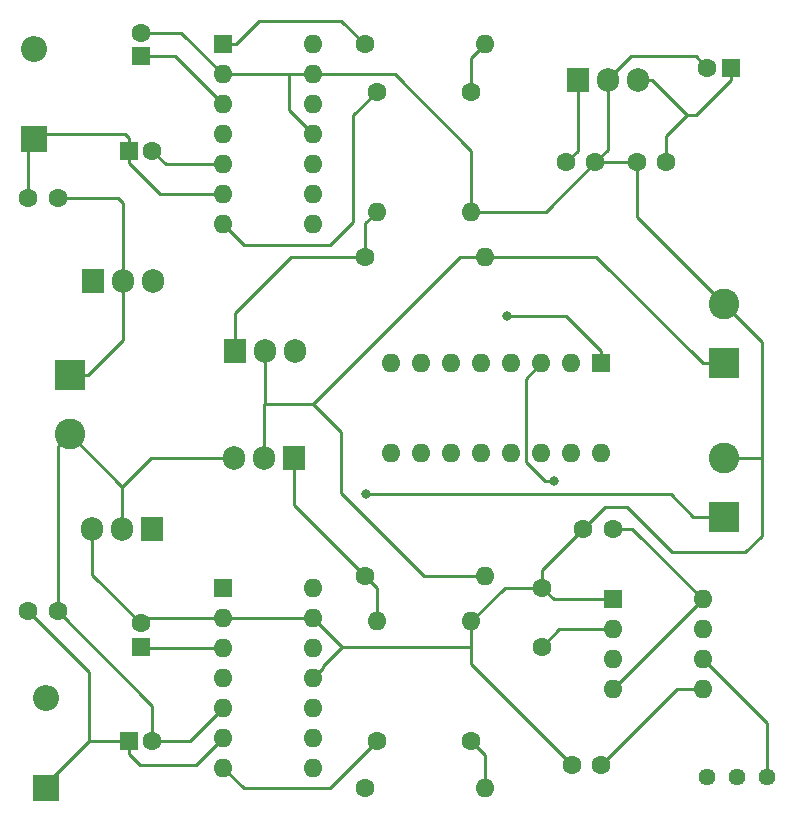
<source format=gtl>
G04 #@! TF.GenerationSoftware,KiCad,Pcbnew,(5.1.2)-2*
G04 #@! TF.CreationDate,2019-09-19T14:38:40-05:00*
G04 #@! TF.ProjectId,PWM-H-Bridge,50574d2d-482d-4427-9269-6467652e6b69,rev?*
G04 #@! TF.SameCoordinates,Original*
G04 #@! TF.FileFunction,Copper,L1,Top*
G04 #@! TF.FilePolarity,Positive*
%FSLAX46Y46*%
G04 Gerber Fmt 4.6, Leading zero omitted, Abs format (unit mm)*
G04 Created by KiCad (PCBNEW (5.1.2)-2) date 2019-09-19 14:38:40*
%MOMM*%
%LPD*%
G04 APERTURE LIST*
%ADD10R,2.600000X2.600000*%
%ADD11C,2.600000*%
%ADD12C,1.600000*%
%ADD13R,1.600000X1.600000*%
%ADD14R,2.200000X2.200000*%
%ADD15O,2.200000X2.200000*%
%ADD16O,1.905000X2.000000*%
%ADD17R,1.905000X2.000000*%
%ADD18O,1.600000X1.600000*%
%ADD19C,1.440000*%
%ADD20C,0.800000*%
%ADD21C,0.250000*%
G04 APERTURE END LIST*
D10*
X103400000Y-95000000D03*
D11*
X103400000Y-90000000D03*
X103400000Y-77000000D03*
D10*
X103400000Y-82000000D03*
D12*
X88000000Y-106000000D03*
X88000000Y-101000000D03*
X90500000Y-116000000D03*
X93000000Y-116000000D03*
X94000000Y-96000000D03*
X91500000Y-96000000D03*
X44500000Y-68000000D03*
X47000000Y-68000000D03*
X47000000Y-103000000D03*
X44500000Y-103000000D03*
X92500000Y-65000000D03*
X90000000Y-65000000D03*
X96000000Y-65000000D03*
X98500000Y-65000000D03*
D13*
X104000000Y-57000000D03*
D12*
X102000000Y-57000000D03*
X54000000Y-54000000D03*
D13*
X54000000Y-56000000D03*
D12*
X55000000Y-64000000D03*
D13*
X53000000Y-64000000D03*
X54000000Y-106000000D03*
D12*
X54000000Y-104000000D03*
D13*
X53000000Y-114000000D03*
D12*
X55000000Y-114000000D03*
D14*
X45000000Y-63000000D03*
D15*
X45000000Y-55380000D03*
D14*
X46000000Y-118000000D03*
D15*
X46000000Y-110380000D03*
D10*
X48000000Y-83000000D03*
D11*
X48000000Y-88000000D03*
D16*
X67080000Y-81000000D03*
X64540000Y-81000000D03*
D17*
X62000000Y-81000000D03*
X50000000Y-75000000D03*
D16*
X52540000Y-75000000D03*
X55080000Y-75000000D03*
X61920000Y-90000000D03*
X64460000Y-90000000D03*
D17*
X67000000Y-90000000D03*
D16*
X49920000Y-96000000D03*
X52460000Y-96000000D03*
D17*
X55000000Y-96000000D03*
D18*
X74000000Y-69160000D03*
D12*
X74000000Y-59000000D03*
D18*
X83160000Y-55000000D03*
D12*
X73000000Y-55000000D03*
X74000000Y-114000000D03*
D18*
X74000000Y-103840000D03*
D12*
X73000000Y-118000000D03*
D18*
X83160000Y-118000000D03*
D12*
X73000000Y-73000000D03*
D18*
X83160000Y-73000000D03*
D12*
X82000000Y-59000000D03*
D18*
X82000000Y-69160000D03*
X83160000Y-100000000D03*
D12*
X73000000Y-100000000D03*
D18*
X82000000Y-103840000D03*
D12*
X82000000Y-114000000D03*
D19*
X107000000Y-117000000D03*
X104460000Y-117000000D03*
X101920000Y-117000000D03*
D18*
X68620000Y-55000000D03*
X61000000Y-70240000D03*
X68620000Y-57540000D03*
X61000000Y-67700000D03*
X68620000Y-60080000D03*
X61000000Y-65160000D03*
X68620000Y-62620000D03*
X61000000Y-62620000D03*
X68620000Y-65160000D03*
X61000000Y-60080000D03*
X68620000Y-67700000D03*
X61000000Y-57540000D03*
X68620000Y-70240000D03*
D13*
X61000000Y-55000000D03*
X61000000Y-101000000D03*
D18*
X68620000Y-116240000D03*
X61000000Y-103540000D03*
X68620000Y-113700000D03*
X61000000Y-106080000D03*
X68620000Y-111160000D03*
X61000000Y-108620000D03*
X68620000Y-108620000D03*
X61000000Y-111160000D03*
X68620000Y-106080000D03*
X61000000Y-113700000D03*
X68620000Y-103540000D03*
X61000000Y-116240000D03*
X68620000Y-101000000D03*
D13*
X94000000Y-102000000D03*
D18*
X101620000Y-109620000D03*
X94000000Y-104540000D03*
X101620000Y-107080000D03*
X94000000Y-107080000D03*
X101620000Y-104540000D03*
X94000000Y-109620000D03*
X101620000Y-102000000D03*
D13*
X93000000Y-82000000D03*
D18*
X75220000Y-89620000D03*
X90460000Y-82000000D03*
X77760000Y-89620000D03*
X87920000Y-82000000D03*
X80300000Y-89620000D03*
X85380000Y-82000000D03*
X82840000Y-89620000D03*
X82840000Y-82000000D03*
X85380000Y-89620000D03*
X80300000Y-82000000D03*
X87920000Y-89620000D03*
X77760000Y-82000000D03*
X90460000Y-89620000D03*
X75220000Y-82000000D03*
X93000000Y-89620000D03*
D17*
X91000000Y-58000000D03*
D16*
X93540000Y-58000000D03*
X96080000Y-58000000D03*
D20*
X85000000Y-78000000D03*
X73080000Y-93080000D03*
X89000000Y-92000000D03*
D21*
X107000000Y-112460000D02*
X101620000Y-107080000D01*
X107000000Y-117000000D02*
X107000000Y-112460000D01*
X89460000Y-104540000D02*
X88000000Y-106000000D01*
X94000000Y-104540000D02*
X89460000Y-104540000D01*
X89000000Y-102000000D02*
X88000000Y-101000000D01*
X94000000Y-102000000D02*
X89000000Y-102000000D01*
X84840000Y-101000000D02*
X82000000Y-103840000D01*
X88000000Y-101000000D02*
X84840000Y-101000000D01*
X82000000Y-107500000D02*
X90500000Y-116000000D01*
X88000000Y-99500000D02*
X91500000Y-96000000D01*
X88000000Y-101000000D02*
X88000000Y-99500000D01*
X54460000Y-103540000D02*
X54000000Y-104000000D01*
X61000000Y-103540000D02*
X54460000Y-103540000D01*
X61000000Y-103540000D02*
X68620000Y-103540000D01*
X71080000Y-106000000D02*
X82000000Y-106000000D01*
X68620000Y-103540000D02*
X71080000Y-106000000D01*
X82000000Y-103840000D02*
X82000000Y-106000000D01*
X82000000Y-106000000D02*
X82000000Y-107500000D01*
X69419999Y-107660001D02*
X71080000Y-106000000D01*
X69419999Y-107820001D02*
X69419999Y-107660001D01*
X68620000Y-108620000D02*
X69419999Y-107820001D01*
X49920000Y-99920000D02*
X49920000Y-96000000D01*
X54000000Y-104000000D02*
X49920000Y-99920000D01*
X96000000Y-65000000D02*
X92500000Y-65000000D01*
X93540000Y-63960000D02*
X92500000Y-65000000D01*
X93540000Y-58000000D02*
X93540000Y-63960000D01*
X93540000Y-57952500D02*
X95492500Y-56000000D01*
X93540000Y-58000000D02*
X93540000Y-57952500D01*
X101000000Y-56000000D02*
X102000000Y-57000000D01*
X95492500Y-56000000D02*
X101000000Y-56000000D01*
X88340000Y-69160000D02*
X82000000Y-69160000D01*
X92500000Y-65000000D02*
X88340000Y-69160000D01*
X65460000Y-57540000D02*
X61000000Y-57540000D01*
X66540000Y-60540000D02*
X66540000Y-57540000D01*
X68620000Y-62620000D02*
X66540000Y-60540000D01*
X68620000Y-57540000D02*
X66540000Y-57540000D01*
X66540000Y-57540000D02*
X65460000Y-57540000D01*
X82000000Y-69160000D02*
X82000000Y-64000000D01*
X75540000Y-57540000D02*
X68620000Y-57540000D01*
X82000000Y-64000000D02*
X75540000Y-57540000D01*
X54000000Y-54000000D02*
X57460000Y-54000000D01*
X57460000Y-54000000D02*
X61000000Y-57540000D01*
X106600000Y-96600000D02*
X105200000Y-98000000D01*
X93300000Y-94200000D02*
X91500000Y-96000000D01*
X105200000Y-98000000D02*
X99000000Y-98000000D01*
X99000000Y-98000000D02*
X95200000Y-94200000D01*
X95200000Y-94200000D02*
X93300000Y-94200000D01*
X106600000Y-80200000D02*
X103400000Y-77000000D01*
X103400000Y-90000000D02*
X106600000Y-90000000D01*
X106600000Y-96600000D02*
X106600000Y-90000000D01*
X106600000Y-90000000D02*
X106600000Y-80200000D01*
X96000000Y-69600000D02*
X103400000Y-77000000D01*
X96000000Y-65000000D02*
X96000000Y-69600000D01*
X99380000Y-109620000D02*
X93000000Y-116000000D01*
X101620000Y-109620000D02*
X99380000Y-109620000D01*
X101620000Y-102000000D02*
X94000000Y-109620000D01*
X97282500Y-58000000D02*
X100282500Y-61000000D01*
X96080000Y-58000000D02*
X97282500Y-58000000D01*
X104000000Y-58050000D02*
X104000000Y-57000000D01*
X101050000Y-61000000D02*
X104000000Y-58050000D01*
X100282500Y-61000000D02*
X101050000Y-61000000D01*
X95620000Y-96000000D02*
X101620000Y-102000000D01*
X94000000Y-96000000D02*
X95620000Y-96000000D01*
X98500000Y-62782500D02*
X100282500Y-61000000D01*
X98500000Y-65000000D02*
X98500000Y-62782500D01*
X93000000Y-80950000D02*
X93000000Y-82000000D01*
X90050000Y-78000000D02*
X93000000Y-80950000D01*
X85000000Y-78000000D02*
X90050000Y-78000000D01*
X44500000Y-63120000D02*
X45000000Y-62620000D01*
X44500000Y-68000000D02*
X44500000Y-63120000D01*
X53000000Y-62950000D02*
X53000000Y-64000000D01*
X45000000Y-62620000D02*
X52670000Y-62620000D01*
X52670000Y-62620000D02*
X53000000Y-62950000D01*
X61000000Y-67700000D02*
X55650000Y-67700000D01*
X53000000Y-65050000D02*
X53000000Y-64000000D01*
X55650000Y-67700000D02*
X53000000Y-65050000D01*
X52540000Y-76250000D02*
X52540000Y-75000000D01*
X52540000Y-80010000D02*
X52540000Y-76250000D01*
X49550000Y-83000000D02*
X52540000Y-80010000D01*
X48000000Y-83000000D02*
X49550000Y-83000000D01*
X47000000Y-68000000D02*
X52131370Y-68000000D01*
X52540000Y-68408630D02*
X52131370Y-68000000D01*
X52540000Y-75000000D02*
X52540000Y-68408630D01*
X61000000Y-65160000D02*
X56160000Y-65160000D01*
X56160000Y-65160000D02*
X55000000Y-64000000D01*
X52460000Y-92460000D02*
X52460000Y-96000000D01*
X48000000Y-88000000D02*
X52460000Y-92460000D01*
X54920000Y-90000000D02*
X52460000Y-92460000D01*
X61920000Y-90000000D02*
X54920000Y-90000000D01*
X58160000Y-114000000D02*
X61000000Y-111160000D01*
X55000000Y-114000000D02*
X58160000Y-114000000D01*
X55000000Y-111000000D02*
X47000000Y-103000000D01*
X55000000Y-114000000D02*
X55000000Y-111000000D01*
X47000000Y-89000000D02*
X48000000Y-88000000D01*
X47000000Y-103000000D02*
X47000000Y-89000000D01*
X49620000Y-114000000D02*
X46000000Y-117620000D01*
X53000000Y-114000000D02*
X49620000Y-114000000D01*
X61000000Y-113700000D02*
X58700000Y-116000000D01*
X53000000Y-115050000D02*
X53000000Y-114000000D01*
X53950000Y-116000000D02*
X53000000Y-115050000D01*
X58700000Y-116000000D02*
X53950000Y-116000000D01*
X49620000Y-108120000D02*
X44500000Y-103000000D01*
X49620000Y-114000000D02*
X49620000Y-108120000D01*
X54080000Y-106080000D02*
X54000000Y-106000000D01*
X61000000Y-106080000D02*
X54080000Y-106080000D01*
X91000000Y-64000000D02*
X90000000Y-65000000D01*
X91000000Y-58000000D02*
X91000000Y-64000000D01*
X92745002Y-93080000D02*
X73080000Y-93080000D01*
X56920000Y-56000000D02*
X61000000Y-60080000D01*
X54000000Y-56000000D02*
X56920000Y-56000000D01*
X100800000Y-95000000D02*
X98880000Y-93080000D01*
X103400000Y-95000000D02*
X100800000Y-95000000D01*
X98880000Y-93080000D02*
X92745002Y-93080000D01*
X84291370Y-73000000D02*
X83160000Y-73000000D01*
X81080000Y-73000000D02*
X68620000Y-85460000D01*
X83160000Y-73000000D02*
X81080000Y-73000000D01*
X83160000Y-100000000D02*
X78000000Y-100000000D01*
X78000000Y-100000000D02*
X71000000Y-93000000D01*
X71000000Y-87840000D02*
X68620000Y-85460000D01*
X71000000Y-93000000D02*
X71000000Y-87840000D01*
X64460000Y-90000000D02*
X64460000Y-85460000D01*
X64460000Y-85460000D02*
X68620000Y-85460000D01*
X64540000Y-85380000D02*
X64540000Y-81000000D01*
X64460000Y-85460000D02*
X64540000Y-85380000D01*
X103400000Y-82000000D02*
X101600000Y-82000000D01*
X92600000Y-73000000D02*
X91000000Y-73000000D01*
X101600000Y-82000000D02*
X92600000Y-73000000D01*
X91000000Y-73000000D02*
X84291370Y-73000000D01*
X73000000Y-70160000D02*
X74000000Y-69160000D01*
X73000000Y-73000000D02*
X73000000Y-70160000D01*
X62000000Y-77750000D02*
X62000000Y-81000000D01*
X73000000Y-73000000D02*
X66750000Y-73000000D01*
X66750000Y-73000000D02*
X62000000Y-77750000D01*
X82000000Y-56160000D02*
X83160000Y-55000000D01*
X82000000Y-59000000D02*
X82000000Y-56160000D01*
X74000000Y-101000000D02*
X73000000Y-100000000D01*
X74000000Y-103840000D02*
X74000000Y-101000000D01*
X67000000Y-94000000D02*
X73000000Y-100000000D01*
X67000000Y-90000000D02*
X67000000Y-94000000D01*
X83160000Y-115160000D02*
X82000000Y-114000000D01*
X83160000Y-118000000D02*
X83160000Y-115160000D01*
X61000000Y-70240000D02*
X62760000Y-72000000D01*
X62760000Y-72000000D02*
X70000000Y-72000000D01*
X70000000Y-72000000D02*
X72000000Y-70000000D01*
X72000000Y-61000000D02*
X74000000Y-59000000D01*
X72000000Y-70000000D02*
X72000000Y-61000000D01*
X73000000Y-55000000D02*
X71000000Y-53000000D01*
X62050000Y-55000000D02*
X61000000Y-55000000D01*
X64050000Y-53000000D02*
X62050000Y-55000000D01*
X71000000Y-53000000D02*
X64050000Y-53000000D01*
X74000000Y-114000000D02*
X70000000Y-118000000D01*
X62760000Y-118000000D02*
X61000000Y-116240000D01*
X70000000Y-118000000D02*
X62760000Y-118000000D01*
X88200000Y-92000000D02*
X89000000Y-92000000D01*
X86600000Y-90400000D02*
X88200000Y-92000000D01*
X87920000Y-82000000D02*
X86600000Y-83320000D01*
X86600000Y-83320000D02*
X86600000Y-90400000D01*
M02*

</source>
